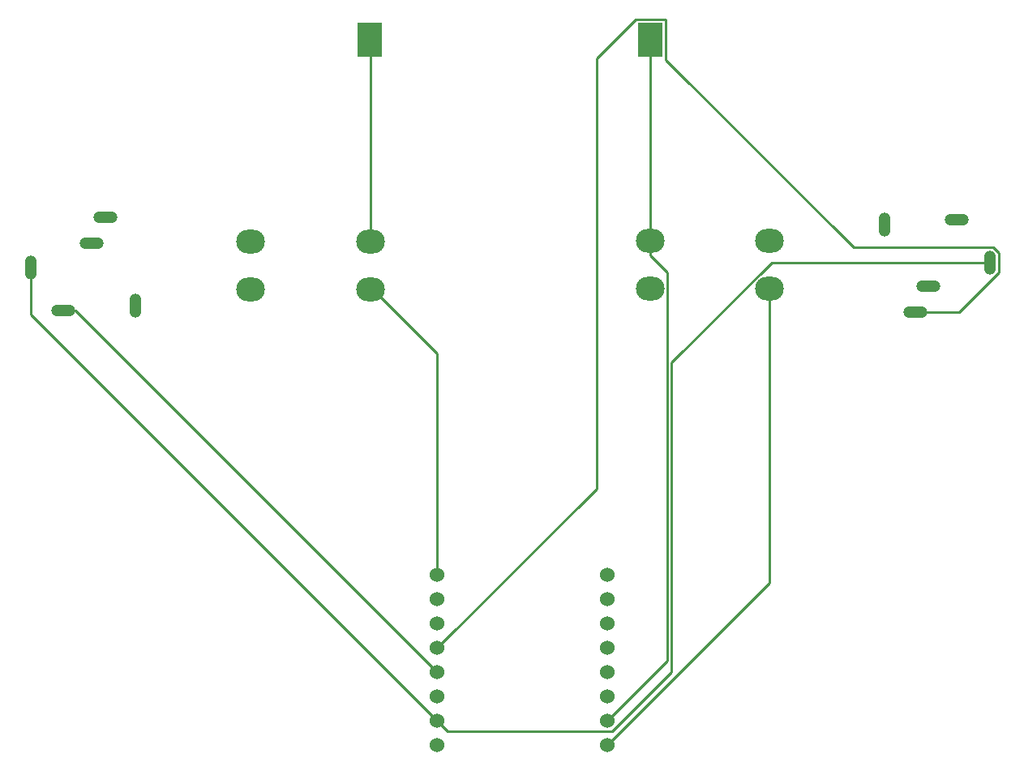
<source format=gtl>
G04 #@! TF.GenerationSoftware,KiCad,Pcbnew,(5.0.2)-1*
G04 #@! TF.CreationDate,2019-02-20T13:19:55+00:00*
G04 #@! TF.ProjectId,SplitAudio,53706c69-7441-4756-9469-6f2e6b696361,rev?*
G04 #@! TF.SameCoordinates,Original*
G04 #@! TF.FileFunction,Copper,L1,Top*
G04 #@! TF.FilePolarity,Positive*
%FSLAX46Y46*%
G04 Gerber Fmt 4.6, Leading zero omitted, Abs format (unit mm)*
G04 Created by KiCad (PCBNEW (5.0.2)-1) date 20/02/2019 13:19:55*
%MOMM*%
%LPD*%
G01*
G04 APERTURE LIST*
G04 #@! TA.AperFunction,SMDPad,CuDef*
%ADD10R,2.600000X3.600000*%
G04 #@! TD*
G04 #@! TA.AperFunction,ComponentPad*
%ADD11O,3.000000X2.500000*%
G04 #@! TD*
G04 #@! TA.AperFunction,ComponentPad*
%ADD12C,1.524000*%
G04 #@! TD*
G04 #@! TA.AperFunction,ComponentPad*
%ADD13O,1.258000X2.516000*%
G04 #@! TD*
G04 #@! TA.AperFunction,ComponentPad*
%ADD14O,2.516000X1.258000*%
G04 #@! TD*
G04 #@! TA.AperFunction,Conductor*
%ADD15C,0.250000*%
G04 #@! TD*
G04 APERTURE END LIST*
D10*
G04 #@! TO.P,BT1,2*
G04 #@! TO.N,GND*
X163875000Y-48260000D03*
G04 #@! TO.P,BT1,1*
G04 #@! TO.N,Net-(BT1-Pad1)*
X134575000Y-48260000D03*
G04 #@! TD*
D11*
G04 #@! TO.P,SW1,1*
G04 #@! TO.N,Net-(SW1-Pad1)*
X122120000Y-74295000D03*
G04 #@! TO.P,SW1,2*
G04 #@! TO.N,Net-(BT1-Pad1)*
X122120000Y-69295000D03*
G04 #@! TO.P,SW1,1*
G04 #@! TO.N,Net-(SW1-Pad1)*
X134620000Y-74295000D03*
G04 #@! TO.P,SW1,2*
G04 #@! TO.N,Net-(BT1-Pad1)*
X134620000Y-69295000D03*
G04 #@! TD*
G04 #@! TO.P,SW2,2*
G04 #@! TO.N,Net-(SW2-Pad2)*
X163830000Y-74215000D03*
G04 #@! TO.P,SW2,1*
G04 #@! TO.N,GND*
X163830000Y-69215000D03*
G04 #@! TO.P,SW2,2*
G04 #@! TO.N,Net-(SW2-Pad2)*
X176330000Y-74215000D03*
G04 #@! TO.P,SW2,1*
G04 #@! TO.N,GND*
X176330000Y-69215000D03*
G04 #@! TD*
D12*
G04 #@! TO.P,U1,1*
G04 #@! TO.N,Net-(SW1-Pad1)*
X141605000Y-104140000D03*
G04 #@! TO.P,U1,2*
G04 #@! TO.N,Net-(U1-Pad2)*
X141605000Y-106680000D03*
G04 #@! TO.P,U1,3*
G04 #@! TO.N,Net-(U1-Pad3)*
X141605000Y-109220000D03*
G04 #@! TO.P,U1,4*
G04 #@! TO.N,Net-(J1-Pad2)*
X141605000Y-111760000D03*
G04 #@! TO.P,U1,5*
G04 #@! TO.N,Net-(J2-Pad5)*
X141605000Y-114300000D03*
G04 #@! TO.P,U1,6*
G04 #@! TO.N,Net-(U1-Pad6)*
X141605000Y-116840000D03*
G04 #@! TO.P,U1,7*
G04 #@! TO.N,Net-(J1-Pad1)*
X141605000Y-119380000D03*
G04 #@! TO.P,U1,8*
G04 #@! TO.N,Net-(U1-Pad8)*
X141605000Y-121920000D03*
G04 #@! TO.P,U1,9*
G04 #@! TO.N,Net-(SW2-Pad2)*
X159385000Y-121920000D03*
G04 #@! TO.P,U1,10*
G04 #@! TO.N,GND*
X159385000Y-119380000D03*
G04 #@! TO.P,U1,11*
G04 #@! TO.N,Net-(U1-Pad11)*
X159385000Y-116840000D03*
G04 #@! TO.P,U1,12*
G04 #@! TO.N,Net-(U1-Pad12)*
X159385000Y-114300000D03*
G04 #@! TO.P,U1,13*
G04 #@! TO.N,Net-(U1-Pad13)*
X159385000Y-111760000D03*
G04 #@! TO.P,U1,14*
G04 #@! TO.N,Net-(U1-Pad14)*
X159385000Y-109220000D03*
G04 #@! TO.P,U1,15*
G04 #@! TO.N,Net-(U1-Pad15)*
X159385000Y-106680000D03*
G04 #@! TO.P,U1,16*
G04 #@! TO.N,Net-(U1-Pad16)*
X159385000Y-104140000D03*
G04 #@! TD*
D13*
G04 #@! TO.P,J1,1*
G04 #@! TO.N,Net-(J1-Pad1)*
X199310000Y-71505000D03*
D14*
G04 #@! TO.P,J1,2*
G04 #@! TO.N,Net-(J1-Pad2)*
X191510000Y-76705000D03*
G04 #@! TO.P,J1,3*
G04 #@! TO.N,Net-(J1-Pad3)*
X192910000Y-74005000D03*
D13*
G04 #@! TO.P,J1,4*
G04 #@! TO.N,Net-(J1-Pad4)*
X188310000Y-67505000D03*
D14*
G04 #@! TO.P,J1,5*
G04 #@! TO.N,Net-(J1-Pad5)*
X195910000Y-67005000D03*
G04 #@! TD*
G04 #@! TO.P,J2,5*
G04 #@! TO.N,Net-(J2-Pad5)*
X102540000Y-76505000D03*
D13*
G04 #@! TO.P,J2,4*
G04 #@! TO.N,Net-(J2-Pad4)*
X110140000Y-76005000D03*
D14*
G04 #@! TO.P,J2,3*
G04 #@! TO.N,Net-(J2-Pad3)*
X105540000Y-69505000D03*
G04 #@! TO.P,J2,2*
G04 #@! TO.N,Net-(J2-Pad2)*
X106940000Y-66805000D03*
D13*
G04 #@! TO.P,J2,1*
G04 #@! TO.N,Net-(J1-Pad1)*
X99140000Y-72005000D03*
G04 #@! TD*
D15*
G04 #@! TO.N,GND*
X163875000Y-69170000D02*
X163830000Y-69215000D01*
X163875000Y-48260000D02*
X163875000Y-69170000D01*
X160146999Y-118618001D02*
X159385000Y-119380000D01*
X165655010Y-113109990D02*
X160146999Y-118618001D01*
X165655010Y-72540010D02*
X165655010Y-113109990D01*
X163830000Y-70715000D02*
X165655010Y-72540010D01*
X163830000Y-69215000D02*
X163830000Y-70715000D01*
G04 #@! TO.N,Net-(BT1-Pad1)*
X134620000Y-48305000D02*
X134575000Y-48260000D01*
X134620000Y-69295000D02*
X134620000Y-48305000D01*
G04 #@! TO.N,Net-(SW1-Pad1)*
X134870000Y-74295000D02*
X134620000Y-74295000D01*
X141605000Y-81030000D02*
X134870000Y-74295000D01*
X141605000Y-104140000D02*
X141605000Y-81030000D01*
G04 #@! TO.N,Net-(SW2-Pad2)*
X176330000Y-104975000D02*
X159385000Y-121920000D01*
X176330000Y-74215000D02*
X176330000Y-104975000D01*
G04 #@! TO.N,Net-(J1-Pad1)*
X142366999Y-120141999D02*
X141605000Y-119380000D01*
X142692001Y-120467001D02*
X142366999Y-120141999D01*
X159906761Y-120467001D02*
X142692001Y-120467001D01*
X166105020Y-114268742D02*
X159906761Y-120467001D01*
X166105020Y-81962580D02*
X166105020Y-114268742D01*
X176562600Y-71505000D02*
X166105020Y-81962580D01*
X199310000Y-71505000D02*
X176562600Y-71505000D01*
X99140000Y-76915000D02*
X141605000Y-119380000D01*
X99140000Y-72005000D02*
X99140000Y-76915000D01*
G04 #@! TO.N,Net-(J1-Pad2)*
X193018000Y-76705000D02*
X191510000Y-76705000D01*
X200264010Y-72529163D02*
X196088173Y-76705000D01*
X200264010Y-70480837D02*
X200264010Y-72529163D01*
X185101990Y-69921990D02*
X199705163Y-69921990D01*
X165500001Y-46199999D02*
X165500001Y-50320001D01*
X165435001Y-46134999D02*
X165500001Y-46199999D01*
X165500001Y-50320001D02*
X185101990Y-69921990D01*
X162314999Y-46134999D02*
X165435001Y-46134999D01*
X199705163Y-69921990D02*
X200264010Y-70480837D01*
X158241999Y-50207999D02*
X162314999Y-46134999D01*
X196088173Y-76705000D02*
X193018000Y-76705000D01*
X158241999Y-95123001D02*
X158241999Y-50207999D01*
X141605000Y-111760000D02*
X158241999Y-95123001D01*
G04 #@! TO.N,Net-(J2-Pad5)*
X140843001Y-113538001D02*
X141605000Y-114300000D01*
X103810000Y-76505000D02*
X140843001Y-113538001D01*
X102540000Y-76505000D02*
X103810000Y-76505000D01*
G04 #@! TD*
M02*

</source>
